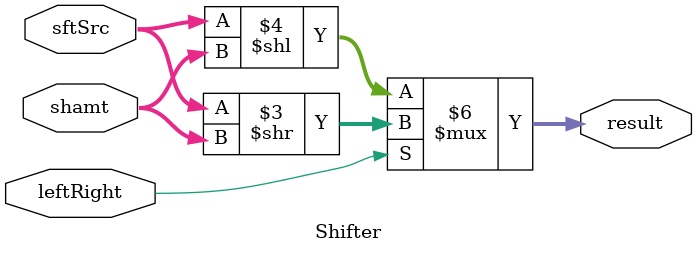
<source format=v>
module Shifter (
    result,
    leftRight,
    shamt,
    sftSrc
);

  //I/O ports
  output reg [31:0] result;

  input leftRight;
  input [4:0] shamt;
  input [31:0] sftSrc;

  // lr = 1 -> shift right
  always @(*) begin
    if (leftRight == 1)
      result = sftSrc >> shamt;
    else
      result = sftSrc << shamt;
  end

endmodule

</source>
